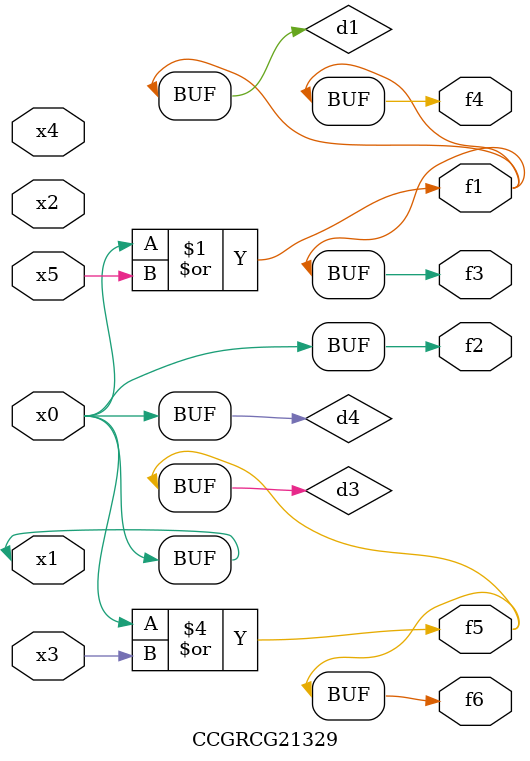
<source format=v>
module CCGRCG21329(
	input x0, x1, x2, x3, x4, x5,
	output f1, f2, f3, f4, f5, f6
);

	wire d1, d2, d3, d4;

	or (d1, x0, x5);
	xnor (d2, x1, x4);
	or (d3, x0, x3);
	buf (d4, x0, x1);
	assign f1 = d1;
	assign f2 = d4;
	assign f3 = d1;
	assign f4 = d1;
	assign f5 = d3;
	assign f6 = d3;
endmodule

</source>
